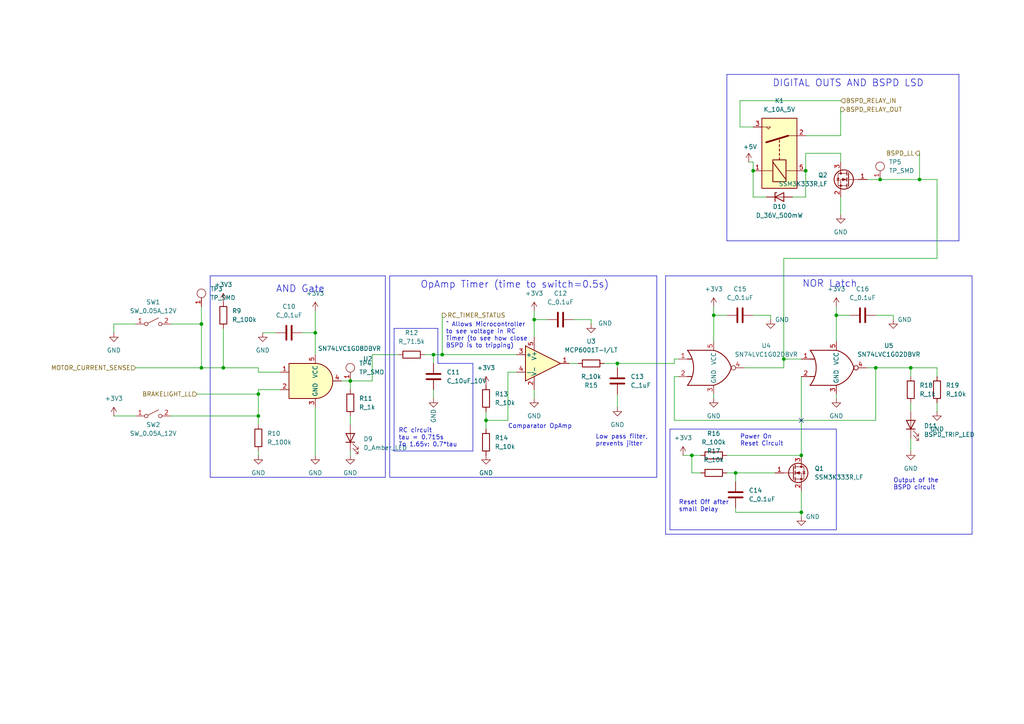
<source format=kicad_sch>
(kicad_sch (version 20250114) (generator "eeschema") (generator_version "9.0")
  (paper "A4")
  (title_block (title "Brake System Plausibility Device (BSPD)") (comment 1 "By Leo Liao"))
  (lib_symbols
    (symbol "OEM:C_0.1uF_16V_0603" (pin_numbers (hide yes)) (pin_names (offset 0.254))
      (property "Reference" "C" (at 0.635 2.54 0))
      (property "Value" "C_0.1uF_16V" (at 0.635 -2.54 0))
      (symbol "C_0.1uF_16V_0603_0_1"
        (polyline (pts (xy -2.032 0.762) (xy 2.032 0.762)) (stroke (width 0.508)))
        (polyline (pts (xy -2.032 -0.762) (xy 2.032 -0.762)) (stroke (width 0.508)))
      )
      (symbol "C_0.1uF_16V_0603_1_1"
        (pin passive line (at 0 3.81 270) (length 2.794) (name "~") (number "1"))
        (pin passive line (at 0 -3.81 90) (length 2.794) (name "~") (number "2"))
      )
    )
    (symbol "OEM:C_10uF_10V_0603" (pin_numbers (hide yes)) (pin_names (offset 0.254))
      (property "Reference" "C" (at 0.635 2.54 0))
      (property "Value" "C_10uF_10V" (at 0.635 -2.54 0))
      (symbol "C_10uF_10V_0603_0_1"
        (polyline (pts (xy -2.032 0.762) (xy 2.032 0.762)) (stroke (width 0.508)))
        (polyline (pts (xy -2.032 -0.762) (xy 2.032 -0.762)) (stroke (width 0.508)))
      )
      (symbol "C_10uF_10V_0603_1_1"
        (pin passive line (at 0 3.81 270) (length 2.794) (name "~") (number "1"))
        (pin passive line (at 0 -3.81 90) (length 2.794) (name "~") (number "2"))
      )
    )
    (symbol "OEM:C_1uF_25V_0603" (pin_numbers (hide yes)) (pin_names (offset 0.254))
      (property "Reference" "C" (at 0.635 2.54 0))
      (property "Value" "C_1uF_25V" (at 0.635 -2.54 0))
      (symbol "C_1uF_25V_0603_0_1"
        (polyline (pts (xy -2.032 0.762) (xy 2.032 0.762)) (stroke (width 0.508)))
        (polyline (pts (xy -2.032 -0.762) (xy 2.032 -0.762)) (stroke (width 0.508)))
      )
      (symbol "C_1uF_25V_0603_1_1"
        (pin passive line (at 0 3.81 270) (length 2.794) (name "~") (number "1"))
        (pin passive line (at 0 -3.81 90) (length 2.794) (name "~") (number "2"))
      )
    )
    (symbol "OEM:D_LED_Amber_0805" (pin_numbers (hide yes)) (pin_names (offset 1.016) (hide yes))
      (property "Reference" "D" (at 0 2.54 0))
      (property "Value" "D_Amber_LED" (at 0 -2.54 0))
      (symbol "D_LED_Amber_0805_0_1"
        (polyline (pts (xy -3.048 -0.762) (xy -4.572 -2.286) (xy -3.81 -2.286) (xy -4.572 -2.286) (xy -4.572 -1.524)))
        (polyline (pts (xy -1.778 -0.762) (xy -3.302 -2.286) (xy -2.54 -2.286) (xy -3.302 -2.286) (xy -3.302 -1.524)))
        (polyline (pts (xy -1.27 0) (xy 1.27 0)))
        (polyline (pts (xy -1.27 -1.27) (xy -1.27 1.27)) (stroke (width 0.254)))
        (polyline (pts (xy 1.27 -1.27) (xy 1.27 1.27) (xy -1.27 0) (xy 1.27 -1.27)) (stroke (width 0.254)))
      )
      (symbol "D_LED_Amber_0805_1_1"
        (pin passive line (at -3.81 0 0) (length 2.54) (name "K") (number "1"))
        (pin passive line (at 3.81 0 180) (length 2.54) (name "A") (number "2"))
      )
    )
    (symbol "OEM:D_Zener_36V_500mW_SOD123" (pin_numbers (hide yes)) (pin_names (offset 1.016) (hide yes))
      (property "Reference" "D" (at 0 2.54 0))
      (property "Value" "D_36V_500mW" (at 0 -2.54 0))
      (symbol "D_Zener_36V_500mW_SOD123_0_1"
        (polyline (pts (xy -1.27 -1.27) (xy -1.27 1.27) (xy -0.762 1.27)) (stroke (width 0.254)))
        (polyline (pts (xy 1.27 0) (xy -1.27 0)))
        (polyline (pts (xy 1.27 -1.27) (xy 1.27 1.27) (xy -1.27 0) (xy 1.27 -1.27)) (stroke (width 0.254)))
      )
      (symbol "D_Zener_36V_500mW_SOD123_1_1"
        (pin passive line (at -3.81 0 0) (length 2.54) (name "K") (number "1"))
        (pin passive line (at 3.81 0 180) (length 2.54) (name "A") (number "2"))
      )
    )
    (symbol "OEM:K_SPST-NO_10A_5V_TH"
      (property "Reference" "K" (at 11.43 3.81 0))
      (property "Value" "K_10A_5V" (at 11.43 1.27 0))
      (symbol "K_SPST-NO_10A_5V_TH_0_0"
        (polyline (pts (xy 7.62 5.08) (xy 7.62 2.54) (xy 6.985 3.175) (xy 7.62 3.81)))
      )
      (symbol "K_SPST-NO_10A_5V_TH_0_1"
        (rectangle (start -10.16 5.08) (end 10.16 -5.08) (stroke (width 0.254)) (fill (type background)))
        (rectangle (start -8.255 1.905) (end -1.905 -1.905) (stroke (width 0.254)))
        (polyline (pts (xy -7.62 -1.905) (xy -2.54 1.905)) (stroke (width 0.254)))
        (polyline (pts (xy -5.08 5.08) (xy -5.08 1.905)))
        (polyline (pts (xy -5.08 -5.08) (xy -5.08 -1.905)))
        (polyline (pts (xy -1.905 0) (xy -1.27 0)) (stroke (width 0.254)))
        (polyline (pts (xy -0.635 0) (xy 0 0)) (stroke (width 0.254)))
        (polyline (pts (xy 0.635 0) (xy 1.27 0)) (stroke (width 0.254)))
        (polyline (pts (xy 1.905 0) (xy 2.54 0)) (stroke (width 0.254)))
        (polyline (pts (xy 3.175 0) (xy 3.81 0)) (stroke (width 0.254)))
        (polyline (pts (xy 5.08 -2.54) (xy 3.175 3.81)) (stroke (width 0.508)))
        (polyline (pts (xy 5.08 -2.54) (xy 5.08 -5.08)))
      )
      (symbol "K_SPST-NO_10A_5V_TH_1_1"
        (pin passive line (at -5.08 7.62 270) (length 2.54) (name "~") (number "1"))
        (pin passive line (at -5.08 -7.62 90) (length 2.54) (name "~") (number "5"))
        (pin passive line (at 5.08 -7.62 90) (length 2.54) (name "~") (number "2"))
        (pin passive line (at 7.62 7.62 270) (length 2.54) (name "~") (number "3"))
      )
    )
    (symbol "OEM:Q_NMOS_30V_6A_SOT-23F" (pin_names (offset 0) (hide yes))
      (property "Reference" "Q" (at 5.08 1.905 0))
      (property "Value" "SSM3K333R,LF" (at 5.08 0 0))
      (symbol "Q_NMOS_30V_6A_SOT-23F_0_1"
        (polyline (pts (xy 0.254 1.905) (xy 0.254 -1.905)) (stroke (width 0.254)))
        (polyline (pts (xy 0.254 0) (xy -2.54 0)))
        (polyline (pts (xy 0.762 2.286) (xy 0.762 1.27)) (stroke (width 0.254)))
        (polyline (pts (xy 0.762 0.508) (xy 0.762 -0.508)) (stroke (width 0.254)))
        (polyline (pts (xy 0.762 -1.27) (xy 0.762 -2.286)) (stroke (width 0.254)))
        (polyline (pts (xy 0.762 -1.778) (xy 3.302 -1.778) (xy 3.302 1.778) (xy 0.762 1.778)))
        (polyline (pts (xy 1.016 0) (xy 2.032 0.381) (xy 2.032 -0.381) (xy 1.016 0)) (fill (type outline)))
        (circle (center 1.651 0) (radius 2.794) (stroke (width 0.254)))
        (polyline (pts (xy 2.54 2.54) (xy 2.54 1.778)))
        (circle (center 2.54 1.778) (radius 0.254) (fill (type outline)))
        (circle (center 2.54 -1.778) (radius 0.254) (fill (type outline)))
        (polyline (pts (xy 2.54 -2.54) (xy 2.54 0) (xy 0.762 0)))
        (polyline (pts (xy 2.921 0.381) (xy 3.683 0.381)))
        (polyline (pts (xy 3.302 0.381) (xy 2.921 -0.254) (xy 3.683 -0.254) (xy 3.302 0.381)))
      )
      (symbol "Q_NMOS_30V_6A_SOT-23F_1_1"
        (pin input line (at -5.08 0 0) (length 2.54) (name "G") (number "1"))
        (pin passive line (at 2.54 5.08 270) (length 2.54) (name "D") (number "3"))
        (pin passive line (at 2.54 -5.08 90) (length 2.54) (name "S") (number "2"))
      )
    )
    (symbol "OEM:R_100k_0.1W_0603" (pin_numbers (hide yes)) (pin_names (offset 0))
      (property "Reference" "R" (at 2.032 0 90))
      (property "Value" "R_100k" (at 0 0 90))
      (symbol "R_100k_0.1W_0603_0_1"
        (rectangle (start -1.016 -2.54) (end 1.016 2.54) (stroke (width 0.254)))
      )
      (symbol "R_100k_0.1W_0603_1_1"
        (pin passive line (at 0 3.81 270) (length 1.27) (name "~") (number "1"))
        (pin passive line (at 0 -3.81 90) (length 1.27) (name "~") (number "2"))
      )
    )
    (symbol "OEM:R_10k_0.1W_0603" (pin_numbers (hide yes)) (pin_names (offset 0))
      (property "Reference" "R" (at 2.032 0 90))
      (property "Value" "R_10k" (at 0 0 90))
      (symbol "R_10k_0.1W_0603_0_1"
        (rectangle (start -1.016 -2.54) (end 1.016 2.54) (stroke (width 0.254)))
      )
      (symbol "R_10k_0.1W_0603_1_1"
        (pin passive line (at 0 3.81 270) (length 1.27) (name "~") (number "1"))
        (pin passive line (at 0 -3.81 90) (length 1.27) (name "~") (number "2"))
      )
    )
    (symbol "OEM:R_1k_0.1W_0603" (pin_numbers (hide yes)) (pin_names (offset 0))
      (property "Reference" "R" (at 2.032 0 90))
      (property "Value" "R_1k" (at 0 0 90))
      (symbol "R_1k_0.1W_0603_0_1"
        (rectangle (start -1.016 -2.54) (end 1.016 2.54) (stroke (width 0.254)))
      )
      (symbol "R_1k_0.1W_0603_1_1"
        (pin passive line (at 0 3.81 270) (length 1.27) (name "~") (number "1"))
        (pin passive line (at 0 -3.81 90) (length 1.27) (name "~") (number "2"))
      )
    )
    (symbol "OEM:R_71.5k_0.1W_0603" (pin_numbers (hide yes)) (pin_names (offset 0))
      (property "Reference" "R" (at 2.032 0 90))
      (property "Value" "R_71.5k" (at 0 0 90))
      (symbol "R_71.5k_0.1W_0603_0_1"
        (rectangle (start -1.016 -2.54) (end 1.016 2.54) (stroke (width 0.254)))
      )
      (symbol "R_71.5k_0.1W_0603_1_1"
        (pin passive line (at 0 3.81 270) (length 1.27) (name "~") (number "1"))
        (pin passive line (at 0 -3.81 90) (length 1.27) (name "~") (number "2"))
      )
    )
    (symbol "OEM:SW_SPST_0.05A_12V_SMD_2-Pin" (pin_names (offset 0) (hide yes))
      (property "Reference" "SW" (at 0 3.175 0))
      (property "Value" "SW_0.05A_12V" (at 0 -2.54 0))
      (symbol "SW_SPST_0.05A_12V_SMD_2-Pin_0_0"
        (circle (center -2.032 0) (radius 0.508))
        (polyline (pts (xy -1.524 0.254) (xy 1.524 1.778)))
        (circle (center 2.032 0) (radius 0.508))
      )
      (symbol "SW_SPST_0.05A_12V_SMD_2-Pin_1_1"
        (pin passive line (at -5.08 0 0) (length 2.54) (name "A") (number "1"))
        (pin passive line (at 5.08 0 180) (length 2.54) (name "B") (number "2"))
      )
    )
    (symbol "OEM:TP_Hook_SMD" (pin_names (offset 1.016))
      (property "Reference" "TP" (at 0 7.62 0))
      (property "Value" "TP_SMD" (at 1.27 5.08 0))
      (symbol "TP_Hook_SMD_1_1"
        (circle (center 0 2.54) (radius 1.27))
        (pin input line (at 0 -1.27 90) (length 2.54) (name "~") (number "1"))
      )
    )
    (symbol "OEM:U_AND-Gate_SN74LVC1G08DBVR_SOT23-5new"
      (property "Reference" "U" (at -2.54 3.81 0))
      (property "Value" "SN74LVC1G08DBVR" (at 0 -3.81 0))
      (symbol "U_AND-Gate_SN74LVC1G08DBVR_SOT23-5new_0_1"
        (arc (start 0 5.08) (mid 5.0579 0) (end 0 -5.08) (stroke (width 0.254)) (fill (type background)))
        (polyline (pts (xy 0 -5.08) (xy -7.62 -5.08) (xy -7.62 5.08) (xy 0 5.08)) (stroke (width 0.254)) (fill (type background)))
      )
      (symbol "U_AND-Gate_SN74LVC1G08DBVR_SOT23-5new_1_1"
        (pin input line (at -10.16 2.54 0) (length 2.54) (name "~") (number "1"))
        (pin input line (at -10.16 -2.54 0) (length 2.54) (name "~") (number "2"))
        (pin power_in line (at 0 7.62 270) (length 2.54) (name "VCC") (number "5"))
        (pin power_in line (at 0 -7.62 90) (length 2.54) (name "GND") (number "3"))
        (pin output line (at 7.62 0 180) (length 2.54) (name "~") (number "4"))
      )
    )
    (symbol "OEM:U_NOR-Gate_SN74LVC1G02DBVR_SOT23-5"
      (property "Reference" "U" (at -2.54 3.81 0))
      (property "Value" "SN74LVC1G02DBVR" (at 0 -3.81 0))
      (symbol "U_NOR-Gate_SN74LVC1G02DBVR_SOT23-5_0_1"
        (arc (start -7.62 5.08) (mid -5.838 0) (end -7.62 -5.08) (stroke (width 0.254)))
        (polyline (pts (xy -7.62 2.54) (xy -6.35 2.54)) (stroke (width 0.254)) (fill (type background)))
        (polyline (pts (xy -7.62 -2.54) (xy -6.35 -2.54)) (stroke (width 0.254)) (fill (type background)))
        (arc (start 5.08 0) (mid 3.202 -3.202) (end 0 -5.08) (stroke (width 0.254)))
        (arc (start 0 5.08) (mid 3.2271 3.2271) (end 5.08 0) (stroke (width 0.254)))
        (polyline (pts (xy 0 5.08) (xy -7.62 5.08)) (stroke (width 0.254)) (fill (type background)))
        (polyline (pts (xy 0 -5.08) (xy -7.62 -5.08)) (stroke (width 0.254)) (fill (type background)))
      )
      (symbol "U_NOR-Gate_SN74LVC1G02DBVR_SOT23-5_1_1"
        (pin input line (at -10.16 2.54 0) (length 2.54) (name "~") (number "1"))
        (pin input line (at -10.16 -2.54 0) (length 2.54) (name "~") (number "2"))
        (pin power_in line (at 0 7.62 270) (length 2.54) (name "VCC") (number "5"))
        (pin power_in line (at 0 -7.62 90) (length 2.54) (name "GND") (number "3"))
        (pin output inverted (at 8.89 0 180) (length 3.81) (name "~") (number "4"))
      )
    )
    (symbol "OEM:U_OpAmp_MCP6001T-ILT_SOT-353" (pin_names (offset 0.127))
      (property "Reference" "U" (at 0 5.08 0))
      (property "Value" "MCP6001T-I/LT" (at 0 -5.08 0))
      (symbol "U_OpAmp_MCP6001T-ILT_SOT-353_0_1"
        (polyline (pts (xy -5.08 5.08) (xy 5.08 0) (xy -5.08 -5.08) (xy -5.08 5.08)) (stroke (width 0.254)) (fill (type background)))
        (pin power_in line (at -2.54 7.62 270) (length 3.81) (name "V+") (number "5"))
        (pin power_in line (at -2.54 -7.62 90) (length 3.81) (name "V-") (number "2"))
      )
      (symbol "U_OpAmp_MCP6001T-ILT_SOT-353_1_1"
        (pin input line (at -7.62 2.54 0) (length 2.54) (name "+") (number "3"))
        (pin input line (at -7.62 -2.54 0) (length 2.54) (name "-") (number "4"))
        (pin output line (at 7.62 0 180) (length 2.54) (name "~") (number "1"))
      )
    )
    (symbol "power:+3V3" (power) (pin_numbers (hide yes)) (pin_names (offset 0) (hide yes))
      (property "Value" "+3V3" (at 0 3.556 0))
      (symbol "+3V3_0_1"
        (polyline (pts (xy -0.762 1.27) (xy 0 2.54)))
        (polyline (pts (xy 0 2.54) (xy 0.762 1.27)))
        (polyline (pts (xy 0 0) (xy 0 2.54)))
      )
      (symbol "+3V3_1_1"
        (pin power_in line (at 0 0 90) (length 0) (name "~") (number "1"))
      )
    )
    (symbol "power:+5V" (power) (pin_numbers (hide yes)) (pin_names (offset 0) (hide yes))
      (property "Value" "+5V" (at 0 3.556 0))
      (symbol "+5V_0_1"
        (polyline (pts (xy -0.762 1.27) (xy 0 2.54)))
        (polyline (pts (xy 0 2.54) (xy 0.762 1.27)))
        (polyline (pts (xy 0 0) (xy 0 2.54)))
      )
      (symbol "+5V_1_1"
        (pin power_in line (at 0 0 90) (length 0) (name "~") (number "1"))
      )
    )
    (symbol "power:GND" (power) (pin_numbers (hide yes)) (pin_names (offset 0) (hide yes))
      (property "Value" "GND" (at 0 -3.81 0))
      (symbol "GND_0_1"
        (polyline (pts (xy 0 0) (xy 0 -1.27) (xy 1.27 -1.27) (xy 0 -2.54) (xy -1.27 -1.27) (xy 0 -1.27)))
      )
      (symbol "GND_1_1"
        (pin power_in line (at 0 0 270) (length 0) (name "~") (number "1"))
      )
    )
  )
  (text "Low pass filter,\nprevents jitter" (at 172.72 129.54 0) (effects (font (size 1.27 1.27)) (justify left bottom)))
  (text "OpAmp Timer (time to switch=0.5s)" (at 121.92 83.82 0) (effects (font (size 2 2)) (justify left bottom)))
  (text "Comparator OpAmp" (at 147.32 124.46 0) (effects (font (size 1.27 1.27)) (justify left bottom)))
  (text "Output of the\nBSPD circuit" (at 259.08 142.24 0) (effects (font (size 1.27 1.27)) (justify left bottom)))
  (text "RC circuit\ntau = 0.715s\nTo 1.65v: 0.7*tau" (at 115.57 129.794 0) (effects (font (size 1.27 1.27)) (justify left bottom)))
  (text "Power On\nReset Circuit" (at 214.63 129.54 0) (effects (font (size 1.27 1.27)) (justify left bottom)))
  (text "Reset Off after\nsmall Delay" (at 196.85 148.59 0) (effects (font (size 1.27 1.27)) (justify left bottom)))
  (text "NOR Latch" (at 232.664 83.566 0) (effects (font (size 2 2)) (justify left bottom)))
  (text "^ Allows Microcontroller \nto see voltage in RC \nTimer (to see how close \nBSPD is to tripping)" (at 129.286 97.282 0) (effects (font (size 1.27 1.27)) (justify left)))
  (text "AND Gate" (at 80.01 85.09 0) (effects (font (size 2 2)) (justify left bottom)))
  (text "DIGITAL OUTS AND BSPD LSD" (at 267.97 25.4 0) (effects (font (size 2 2)) (justify right bottom)))
  (junction (at 128.27 102.87))
  (junction (at 125.73 102.87))
  (junction (at 218.44 49.53))
  (junction (at 242.57 91.44))
  (junction (at 227.33 104.14))
  (junction (at 255.27 52.07))
  (junction (at 58.42 106.68))
  (junction (at 101.6 110.49))
  (junction (at 254 106.68))
  (junction (at 232.41 132.08))
  (junction (at 74.93 114.3))
  (junction (at 91.44 96.52))
  (junction (at 58.42 93.98))
  (junction (at 179.07 105.41))
  (junction (at 233.68 49.53))
  (junction (at 266.7 52.07))
  (junction (at 232.41 148.59))
  (junction (at 74.93 120.65))
  (junction (at 213.36 137.16))
  (junction (at 64.77 106.68))
  (junction (at 207.01 91.44))
  (junction (at 140.97 121.92))
  (junction (at 200.66 132.08))
  (junction (at 264.16 106.68))
  (junction (at 154.94 92.71))
  (no_connect (at 232.41 121.92))
  (wire (pts (xy 255.27 52.07) (xy 266.7 52.07)))
  (wire (pts (xy 179.07 105.41) (xy 179.07 106.68)))
  (wire (pts (xy 242.57 88.9) (xy 242.57 91.44)))
  (wire (pts (xy 64.77 95.25) (xy 64.77 106.68)))
  (wire (pts (xy 107.95 110.49) (xy 107.95 102.87)))
  (wire (pts (xy 125.73 102.87) (xy 125.73 105.41)))
  (wire (pts (xy 229.87 57.15) (xy 233.68 57.15)))
  (wire (pts (xy 195.58 104.14) (xy 196.85 104.14)))
  (wire (pts (xy 243.84 31.75) (xy 243.84 39.37)))
  (wire (pts (xy 91.44 118.11) (xy 91.44 132.08)))
  (wire (pts (xy 74.93 106.68) (xy 74.93 107.95)))
  (wire (pts (xy 149.86 107.95) (xy 147.32 107.95)))
  (wire (pts (xy 218.44 91.44) (xy 223.52 91.44)))
  (polyline (pts (xy 127 95.25) (xy 127 105.41)))
  (wire (pts (xy 207.01 88.9) (xy 207.01 91.44)))
  (wire (pts (xy 125.73 102.87) (xy 128.27 102.87)))
  (wire (pts (xy 195.58 109.22) (xy 195.58 121.92)))
  (wire (pts (xy 39.37 106.68) (xy 58.42 106.68)))
  (wire (pts (xy 140.97 119.38) (xy 140.97 121.92)))
  (wire (pts (xy 207.01 91.44) (xy 210.82 91.44)))
  (wire (pts (xy 123.19 102.87) (xy 125.73 102.87)))
  (wire (pts (xy 147.32 107.95) (xy 147.32 121.92)))
  (wire (pts (xy 264.16 106.68) (xy 264.16 109.22)))
  (wire (pts (xy 101.6 110.49) (xy 107.95 110.49)))
  (wire (pts (xy 218.44 49.53) (xy 218.44 57.15)))
  (polyline (pts (xy 137.16 105.41) (xy 137.16 130.81)))
  (wire (pts (xy 125.73 113.03) (xy 125.73 115.57)))
  (wire (pts (xy 207.01 91.44) (xy 207.01 99.06)))
  (wire (pts (xy 165.1 105.41) (xy 167.64 105.41)))
  (polyline (pts (xy 113.03 80.01) (xy 190.5 80.01)))
  (wire (pts (xy 266.7 44.45) (xy 266.7 52.07)))
  (wire (pts (xy 171.45 92.71) (xy 171.45 93.98)))
  (wire (pts (xy 49.53 120.65) (xy 74.93 120.65)))
  (polyline (pts (xy 278.13 69.85) (xy 210.82 69.85)))
  (polyline (pts (xy 193.04 80.01) (xy 281.94 80.01)))
  (wire (pts (xy 74.93 107.95) (xy 81.28 107.95)))
  (wire (pts (xy 271.78 74.93) (xy 227.33 74.93)))
  (polyline (pts (xy 137.16 130.81) (xy 114.3 130.81)))
  (wire (pts (xy 271.78 52.07) (xy 271.78 74.93)))
  (polyline (pts (xy 194.31 124.46) (xy 194.31 153.67)))
  (wire (pts (xy 74.93 113.03) (xy 74.93 114.3)))
  (wire (pts (xy 243.84 57.15) (xy 243.84 62.23)))
  (wire (pts (xy 101.6 110.49) (xy 101.6 113.03)))
  (wire (pts (xy 33.02 93.98) (xy 33.02 96.52)))
  (wire (pts (xy 232.41 132.08) (xy 210.82 132.08)))
  (wire (pts (xy 91.44 96.52) (xy 91.44 102.87)))
  (wire (pts (xy 200.66 132.08) (xy 200.66 137.16)))
  (wire (pts (xy 251.46 52.07) (xy 255.27 52.07)))
  (wire (pts (xy 74.93 130.81) (xy 74.93 132.08)))
  (polyline (pts (xy 127 105.41) (xy 137.16 105.41)))
  (wire (pts (xy 251.46 106.68) (xy 254 106.68)))
  (wire (pts (xy 227.33 74.93) (xy 227.33 104.14)))
  (wire (pts (xy 91.44 90.17) (xy 91.44 96.52)))
  (wire (pts (xy 271.78 52.07) (xy 266.7 52.07)))
  (wire (pts (xy 233.68 49.53) (xy 233.68 57.15)))
  (wire (pts (xy 200.66 132.08) (xy 203.2 132.08)))
  (wire (pts (xy 179.07 114.3) (xy 179.07 118.11)))
  (wire (pts (xy 227.33 104.14) (xy 227.33 106.68)))
  (wire (pts (xy 242.57 91.44) (xy 246.38 91.44)))
  (polyline (pts (xy 193.04 154.94) (xy 281.94 154.94)))
  (wire (pts (xy 232.41 142.24) (xy 232.41 148.59)))
  (wire (pts (xy 218.44 46.99) (xy 218.44 49.53)))
  (wire (pts (xy 107.95 102.87) (xy 115.57 102.87)))
  (polyline (pts (xy 114.3 129.54) (xy 114.3 130.81)))
  (wire (pts (xy 203.2 137.16) (xy 200.66 137.16)))
  (wire (pts (xy 64.77 106.68) (xy 74.93 106.68)))
  (wire (pts (xy 58.42 88.9) (xy 58.42 93.98)))
  (wire (pts (xy 264.16 116.84) (xy 264.16 119.38)))
  (wire (pts (xy 195.58 109.22) (xy 196.85 109.22)))
  (wire (pts (xy 87.63 96.52) (xy 91.44 96.52)))
  (wire (pts (xy 233.68 44.45) (xy 243.84 44.45)))
  (wire (pts (xy 214.63 29.21) (xy 214.63 36.83)))
  (polyline (pts (xy 278.13 21.59) (xy 210.82 21.59)))
  (wire (pts (xy 213.36 137.16) (xy 213.36 139.7)))
  (wire (pts (xy 232.41 104.14) (xy 227.33 104.14)))
  (wire (pts (xy 223.52 91.44) (xy 223.52 92.71)))
  (wire (pts (xy 264.16 106.68) (xy 271.78 106.68)))
  (wire (pts (xy 101.6 130.81) (xy 101.6 132.08)))
  (wire (pts (xy 271.78 106.68) (xy 271.78 109.22)))
  (wire (pts (xy 140.97 121.92) (xy 140.97 124.46)))
  (wire (pts (xy 57.15 114.3) (xy 74.93 114.3)))
  (polyline (pts (xy 111.76 138.43) (xy 111.76 80.01)))
  (polyline (pts (xy 278.13 21.59) (xy 278.13 69.85)))
  (wire (pts (xy 33.02 93.98) (xy 39.37 93.98)))
  (wire (pts (xy 242.57 114.3) (xy 242.57 115.57)))
  (wire (pts (xy 254 106.68) (xy 254 121.92)))
  (wire (pts (xy 214.63 36.83) (xy 218.44 36.83)))
  (wire (pts (xy 49.53 93.98) (xy 58.42 93.98)))
  (wire (pts (xy 195.58 121.92) (xy 254 121.92)))
  (wire (pts (xy 271.78 116.84) (xy 271.78 119.38)))
  (polyline (pts (xy 60.96 80.01) (xy 111.76 80.01)))
  (wire (pts (xy 243.84 29.21) (xy 214.63 29.21)))
  (wire (pts (xy 147.32 121.92) (xy 140.97 121.92)))
  (wire (pts (xy 217.17 46.99) (xy 218.44 46.99)))
  (wire (pts (xy 74.93 113.03) (xy 81.28 113.03)))
  (wire (pts (xy 74.93 120.65) (xy 74.93 123.19)))
  (wire (pts (xy 179.07 105.41) (xy 195.58 105.41)))
  (polyline (pts (xy 194.31 124.46) (xy 242.57 124.46)))
  (wire (pts (xy 259.08 91.44) (xy 259.08 92.71)))
  (polyline (pts (xy 190.5 138.43) (xy 190.5 80.01)))
  (wire (pts (xy 215.9 106.68) (xy 227.33 106.68)))
  (wire (pts (xy 233.68 39.37) (xy 243.84 39.37)))
  (wire (pts (xy 198.12 132.08) (xy 200.66 132.08)))
  (polyline (pts (xy 281.94 80.01) (xy 281.94 154.94)))
  (wire (pts (xy 58.42 93.98) (xy 58.42 106.68)))
  (polyline (pts (xy 114.3 129.54) (xy 114.3 95.25)))
  (wire (pts (xy 195.58 104.14) (xy 195.58 105.41)))
  (wire (pts (xy 218.44 57.15) (xy 222.25 57.15)))
  (wire (pts (xy 207.01 114.3) (xy 207.01 115.57)))
  (polyline (pts (xy 242.57 153.67) (xy 194.31 153.67)))
  (polyline (pts (xy 114.3 95.25) (xy 127 95.25)))
  (polyline (pts (xy 113.03 80.01) (xy 113.03 138.43)))
  (wire (pts (xy 154.94 90.17) (xy 154.94 92.71)))
  (polyline (pts (xy 193.04 80.01) (xy 193.04 154.94)))
  (wire (pts (xy 243.84 44.45) (xy 243.84 46.99)))
  (wire (pts (xy 128.27 91.44) (xy 128.27 102.87)))
  (wire (pts (xy 101.6 120.65) (xy 101.6 123.19)))
  (wire (pts (xy 264.16 127) (xy 264.16 130.81)))
  (wire (pts (xy 233.68 44.45) (xy 233.68 49.53)))
  (wire (pts (xy 213.36 137.16) (xy 224.79 137.16)))
  (wire (pts (xy 74.93 114.3) (xy 74.93 120.65)))
  (wire (pts (xy 33.02 120.65) (xy 39.37 120.65)))
  (wire (pts (xy 128.27 102.87) (xy 149.86 102.87)))
  (wire (pts (xy 232.41 109.22) (xy 232.41 132.08)))
  (wire (pts (xy 76.2 96.52) (xy 80.01 96.52)))
  (polyline (pts (xy 113.03 138.43) (xy 190.5 138.43)))
  (polyline (pts (xy 60.96 80.01) (xy 60.96 138.43)))
  (wire (pts (xy 154.94 113.03) (xy 154.94 115.57)))
  (wire (pts (xy 242.57 91.44) (xy 242.57 99.06)))
  (wire (pts (xy 166.37 92.71) (xy 171.45 92.71)))
  (wire (pts (xy 99.06 110.49) (xy 101.6 110.49)))
  (wire (pts (xy 232.41 148.59) (xy 232.41 149.86)))
  (wire (pts (xy 58.42 106.68) (xy 64.77 106.68)))
  (wire (pts (xy 175.26 105.41) (xy 179.07 105.41)))
  (wire (pts (xy 154.94 92.71) (xy 154.94 97.79)))
  (wire (pts (xy 254 91.44) (xy 259.08 91.44)))
  (polyline (pts (xy 60.96 138.43) (xy 111.76 138.43)))
  (wire (pts (xy 154.94 92.71) (xy 158.75 92.71)))
  (wire (pts (xy 213.36 147.32) (xy 213.36 148.59)))
  (wire (pts (xy 210.82 137.16) (xy 213.36 137.16)))
  (wire (pts (xy 213.36 148.59) (xy 232.41 148.59)))
  (wire (pts (xy 254 106.68) (xy 264.16 106.68)))
  (polyline (pts (xy 210.82 69.85) (xy 210.82 21.59)))
  (polyline (pts (xy 242.57 124.46) (xy 242.57 153.67)))
  (hierarchical_label "RC_TIMER_STATUS" (shape output) (at 128.27 91.44 0))
  (hierarchical_label "BRAKELIGHT_LL" (shape input) (at 57.15 114.3 180))
  (hierarchical_label "MOTOR_CURRENT_SENSE" (shape input) (at 39.37 106.68 180))
  (hierarchical_label "BSPD_LL" (shape output) (at 266.7 44.45 180))
  (hierarchical_label "BSPD_RELAY_OUT" (shape output) (at 243.84 31.75 0))
  (hierarchical_label "BSPD_RELAY_IN" (shape input) (at 243.84 29.21 0))
  (symbol (lib_id "OEM:R_10k_0.1W_0603") (at 140.97 115.57 0) (unit 1)
    (property "Reference" "R13" (at 143.51 114.2999 0) (effects (justify left)))
    (property "Value" "R_10k" (at 143.51 116.8399 0) (effects (justify left)))
    (property "Footprint" "OEM:R_0603_1608Metric" (effects (hide yes)))
    (property "Datasheet" "https://www.mouser.com/datasheet/3/1099/1/SEI-RMCF_RMCP.pdf" (effects (hide yes)))
    (property "Description" "RES 10K OHM 1% 1/10W 0603" (effects (hide yes)))
    (property "MPN" "RMCF0603FT10K0" (effects (hide yes)))
  )
  (symbol (lib_id "OEM:R_10k_0.1W_0603") (at 171.45 105.41 90) (mirror x) (unit 1)
    (property "Reference" "R15" (at 171.45 111.76 90))
    (property "Value" "R_10k" (at 171.45 109.22 90))
    (property "Footprint" "OEM:R_0603_1608Metric" (effects (hide yes)))
    (property "Datasheet" "https://www.mouser.com/datasheet/3/1099/1/SEI-RMCF_RMCP.pdf" (effects (hide yes)))
    (property "Description" "RES 10K OHM 1% 1/10W 0603" (effects (hide yes)))
    (property "MPN" "RMCF0603FT10K0" (effects (hide yes)))
  )
  (symbol (lib_id "OEM:Q_NMOS_30V_6A_SOT-23F") (at 229.87 137.16 0) (unit 1)
    (property "Reference" "Q1" (at 236.22 135.8899 0) (effects (justify left)))
    (property "Value" "SSM3K333R,LF" (at 236.22 138.4299 0) (effects (justify left)))
    (property "Footprint" "OEM:SOT-23-3" (effects (hide yes)))
    (property "Datasheet" "https://www.mouser.com/datasheet/3/105/1/6D62190F2E76D58532DB25403AB4F650F25B6580F37A84A2AFAB7A89D257D933.pdf" (effects (hide yes)))
    (property "Description" "MOSFET N CH 30V 6A 2-3Z1A" (effects (hide yes)))
    (property "MPN" "SSM3K333R,LF" (effects (hide yes)))
  )
  (symbol (lib_id "power:+3V3") (at 140.97 111.76 0) (unit 1)
    (property "Reference" "#PWR?" (effects (hide yes)))
    (property "Value" "+3V3" (at 140.97 106.68 0))
    (property "Description" "Power symbol creates a global label with name \"+3V3\"" (effects (hide yes)))
  )
  (symbol (lib_id "OEM:R_100k_0.1W_0603") (at 64.77 91.44 0) (unit 1)
    (property "Reference" "R9" (at 67.31 90.1699 0) (effects (justify left)))
    (property "Value" "R_100k" (at 67.31 92.7099 0) (effects (justify left)))
    (property "Footprint" "OEM:R_0603_1608Metric" (effects (hide yes)))
    (property "Datasheet" "https://www.mouser.com/datasheet/3/1099/1/SEI-RMCF_RMCP.pdf" (effects (hide yes)))
    (property "Description" "RES 100K OHM 1% 1/10W 0603" (effects (hide yes)))
    (property "MPN" "RMCF0603FT100K" (effects (hide yes)))
  )
  (symbol (lib_id "OEM:D_Zener_36V_500mW_SOD123") (at 226.06 57.15 0) (unit 1)
    (property "Reference" "D10" (at 226.06 59.944 0))
    (property "Value" "D_36V_500mW" (at 226.06 62.484 0))
    (property "Footprint" "OEM:D_SOD-123" (effects (hide yes)))
    (property "Datasheet" "https://www.diodes.com/assets/Datasheets/ds18004.pdf" (effects (hide yes)))
    (property "Description" "DIODE ZENER 36V 500MW SOD123" (effects (hide yes)))
    (property "MPN" "BZT52C36-7-F" (effects (hide yes)))
    (property "MFN" "Micro Commercial Co" (effects (hide yes)))
    (property "DKPN" "SMBJ5355B-TPMSCT-ND" (effects (hide yes)))
    (property "NewDesigns" "YES" (effects (hide yes)))
    (property "Stocked" "Tape" (effects (hide yes)))
    (property "Package" "DO-214AA" (effects (hide yes)))
    (property "Style" "SMD" (effects (hide yes)))
  )
  (symbol (lib_id "OEM:TP_Hook_SMD") (at 101.6 109.22 0) (unit 1)
    (property "Reference" "TP4" (at 104.14 105.4099 0) (effects (justify left)))
    (property "Value" "TP_SMD" (at 104.14 107.9499 0) (effects (justify left)))
    (property "Footprint" "OEM:TP_Hook_SMD" (effects (hide yes)))
    (property "Datasheet" "https://www.mouser.com/datasheet/3/201/1/5019.PDF" (effects (hide yes)))
    (property "Description" "Test Point SMD Hook" (effects (hide yes)))
    (property "MPN" "5019" (effects (hide yes)))
  )
  (symbol (lib_id "power:+3V3") (at 242.57 88.9 0) (unit 1)
    (property "Reference" "#PWR?" (effects (hide yes)))
    (property "Value" "+3V3" (at 242.57 83.82 0))
    (property "Description" "Power symbol creates a global label with name \"+3V3\"" (effects (hide yes)))
  )
  (symbol (lib_id "power:+3V3") (at 154.94 90.17 0) (unit 1)
    (property "Reference" "#PWR?" (effects (hide yes)))
    (property "Value" "+3V3" (at 154.94 85.09 0))
    (property "Description" "Power symbol creates a global label with name \"+3V3\"" (effects (hide yes)))
  )
  (symbol (lib_id "power:GND") (at 179.07 118.11 0) (unit 1)
    (property "Reference" "#PWR?" (effects (hide yes)))
    (property "Value" "GND" (at 179.07 123.19 0))
    (property "Description" "Power symbol creates a global label with name \"GND\" , ground" (effects (hide yes)))
  )
  (symbol (lib_id "OEM:K_SPST-NO_10A_5V_TH") (at 226.06 44.45 90) (unit 1)
    (property "Reference" "K1" (at 226.06 29.21 90))
    (property "Value" "K_10A_5V" (at 226.06 31.75 90))
    (property "Footprint" "OEM:G5Q1A4DC5 (K_SPST-NO_10A_5V_TH - G5Q-1A4-DC5)" (effects (hide yes)))
    (property "Datasheet" "https://www.mouser.com/datasheet/3/39/1/J155-E1.pdf" (effects (hide yes)))
    (property "Description" "RELAY GEN PURPOSE SPST 10A 5V" (effects (hide yes)))
    (property "MPN" "G5Q-1A4 DC5" (effects (hide yes)))
  )
  (symbol (lib_id "power:+5V") (at 217.17 46.99 0) (unit 1)
    (property "Reference" "#PWR?" (effects (hide yes)))
    (property "Value" "+5V" (at 217.551 42.5958 0))
    (property "Description" "Power symbol creates a global label with name \"+5V\"" (effects (hide yes)))
  )
  (symbol (lib_id "OEM:D_LED_Amber_0805") (at 101.6 127 90) (unit 1)
    (property "Reference" "D9" (at 105.41 127.3174 90) (effects (justify right)))
    (property "Value" "D_Amber_LED" (at 105.41 129.8574 90) (effects (justify right)))
    (property "Footprint" "OEM:D_0805_2012Metric" (effects (hide yes)))
    (property "Datasheet" "https://www.mouser.com/catalog/specsheets/ltstc171aktliteon.pdf" (effects (hide yes)))
    (property "Description" "LED ORANGE CLEAR SMD" (effects (hide yes)))
    (property "Sim.Pins" "1=K 2=A" (effects (hide yes)))
    (property "MPN" " LTST-C171AKT " (effects (hide yes)))
  )
  (symbol (lib_id "power:GND") (at 223.52 92.71 0) (unit 1)
    (property "Reference" "#PWR?" (effects (hide yes)))
    (property "Value" "GND" (at 226.822 92.71 0))
    (property "Description" "Power symbol creates a global label with name \"GND\" , ground" (effects (hide yes)))
  )
  (symbol (lib_id "power:+3V3") (at 207.01 88.9 0) (unit 1)
    (property "Reference" "#PWR?" (effects (hide yes)))
    (property "Value" "+3V3" (at 207.01 83.82 0))
    (property "Description" "Power symbol creates a global label with name \"+3V3\"" (effects (hide yes)))
  )
  (symbol (lib_id "OEM:C_0.1uF_16V_0603") (at 250.19 91.44 90) (unit 1)
    (property "Reference" "C16" (at 250.19 83.82 90))
    (property "Value" "C_0.1uF" (at 250.19 86.36 90))
    (property "Footprint" "OEM:C_0603_1608Metric" (effects (hide yes)))
    (property "Datasheet" "https://www.mouser.com/datasheet/3/72/1/KEM_C1005_Y5V_SMD.pdf" (effects (hide yes)))
    (property "Description" "CAP CER 0.1UF 16V Y5V 0603" (effects (hide yes)))
    (property "MPN" "C0603C104Z4VACTU" (effects (hide yes)))
  )
  (symbol (lib_id "OEM:R_10k_0.1W_0603") (at 271.78 113.03 180) (unit 1)
    (property "Reference" "R19" (at 274.32 111.7599 0) (effects (justify right)))
    (property "Value" "R_10k" (at 274.32 114.2999 0) (effects (justify right)))
    (property "Footprint" "OEM:R_0603_1608Metric" (effects (hide yes)))
    (property "Datasheet" "https://www.mouser.com/datasheet/3/1099/1/SEI-RMCF_RMCP.pdf" (effects (hide yes)))
    (property "Description" "RES 10K OHM 1% 1/10W 0603" (effects (hide yes)))
    (property "MPN" "RMCF0603FT10K0" (effects (hide yes)))
  )
  (symbol (lib_id "OEM:D_LED_Amber_0805") (at 264.16 123.19 90) (unit 1)
    (property "Reference" "D11" (at 267.97 123.5074 90) (effects (justify right)))
    (property "Value" "BSPD_TRIP_LED" (at 267.97 126.0474 90) (effects (justify right)))
    (property "Footprint" "OEM:D_0805_2012Metric" (effects (hide yes)))
    (property "Datasheet" "https://www.mouser.com/catalog/specsheets/ltstc171aktliteon.pdf" (effects (hide yes)))
    (property "Description" "LED ORANGE CLEAR SMD" (effects (hide yes)))
    (property "Sim.Pins" "1=K 2=A" (effects (hide yes)))
    (property "MPN" " LTST-C171AKT " (effects (hide yes)))
  )
  (symbol (lib_id "OEM:R_10k_0.1W_0603") (at 140.97 128.27 0) (unit 1)
    (property "Reference" "R14" (at 143.51 126.9999 0) (effects (justify left)))
    (property "Value" "R_10k" (at 143.51 129.5399 0) (effects (justify left)))
    (property "Footprint" "OEM:R_0603_1608Metric" (effects (hide yes)))
    (property "Datasheet" "https://www.mouser.com/datasheet/3/1099/1/SEI-RMCF_RMCP.pdf" (effects (hide yes)))
    (property "Description" "RES 10K OHM 1% 1/10W 0603" (effects (hide yes)))
    (property "MPN" "RMCF0603FT10K0" (effects (hide yes)))
  )
  (symbol (lib_id "OEM:R_1k_0.1W_0603") (at 101.6 116.84 0) (unit 1)
    (property "Reference" "R11" (at 104.14 115.5699 0) (effects (justify left)))
    (property "Value" "R_1k" (at 104.14 118.1099 0) (effects (justify left)))
    (property "Footprint" "OEM:R_0603_1608Metric" (effects (hide yes)))
    (property "Datasheet" "https://www.mouser.com/datasheet/3/1099/1/SEI-RMCF_RMCP.pdf (or https://industrial.panasonic.com/ww/products/pt/general-purpose-chip-resistors/models/ERJ3GEYJ102V)" (effects (hide yes)))
    (property "Description" "RES SMD 1K OHM 5% 1/10W 0603" (effects (hide yes)))
    (property "MPN" "RMCF0603FT1K00 (or ERJ-3GEYJ102V)" (effects (hide yes)))
  )
  (symbol (lib_id "power:GND") (at 140.97 132.08 0) (unit 1)
    (property "Reference" "#PWR?" (effects (hide yes)))
    (property "Value" "GND" (at 140.97 137.16 0))
    (property "Description" "Power symbol creates a global label with name \"GND\" , ground" (effects (hide yes)))
  )
  (symbol (lib_id "power:GND") (at 76.2 96.52 0) (unit 1)
    (property "Reference" "#PWR?" (effects (hide yes)))
    (property "Value" "GND" (at 76.2 101.6 0))
    (property "Description" "Power symbol creates a global label with name \"GND\" , ground" (effects (hide yes)))
  )
  (symbol (lib_id "OEM:R_1k_0.1W_0603") (at 264.16 113.03 0) (unit 1)
    (property "Reference" "R18" (at 266.7 111.7599 0) (effects (justify left)))
    (property "Value" "R_1k" (at 266.7 114.2999 0) (effects (justify left)))
    (property "Footprint" "OEM:R_0603_1608Metric" (effects (hide yes)))
    (property "Datasheet" "https://www.mouser.com/datasheet/3/1099/1/SEI-RMCF_RMCP.pdf (or https://industrial.panasonic.com/ww/products/pt/general-purpose-chip-resistors/models/ERJ3GEYJ102V)" (effects (hide yes)))
    (property "Description" "RES SMD 1K OHM 5% 1/10W 0603" (effects (hide yes)))
    (property "MPN" "RMCF0603FT1K00 (or ERJ-3GEYJ102V)" (effects (hide yes)))
  )
  (symbol (lib_id "OEM:C_0.1uF_16V_0603") (at 213.36 143.51 180) (unit 1)
    (property "Reference" "C14" (at 217.17 142.2399 0) (effects (justify right)))
    (property "Value" "C_0.1uF" (at 217.17 144.7799 0) (effects (justify right)))
    (property "Footprint" "OEM:C_0603_1608Metric" (effects (hide yes)))
    (property "Datasheet" "https://www.mouser.com/datasheet/3/72/1/KEM_C1005_Y5V_SMD.pdf" (effects (hide yes)))
    (property "Description" "CAP CER 0.1UF 16V Y5V 0603" (effects (hide yes)))
    (property "MPN" "C0603C104Z4VACTU" (effects (hide yes)))
  )
  (symbol (lib_id "OEM:Q_NMOS_30V_6A_SOT-23F") (at 246.38 52.07 0) (mirror y) (unit 1)
    (property "Reference" "Q2" (at 240.03 50.7999 0) (effects (justify left)))
    (property "Value" "SSM3K333R,LF" (at 240.03 53.3399 0) (effects (justify left)))
    (property "Footprint" "OEM:SOT-23-3" (effects (hide yes)))
    (property "Datasheet" "https://www.mouser.com/datasheet/3/105/1/6D62190F2E76D58532DB25403AB4F650F25B6580F37A84A2AFAB7A89D257D933.pdf" (effects (hide yes)))
    (property "Description" "MOSFET N CH 30V 6A 2-3Z1A" (effects (hide yes)))
    (property "MPN" "SSM3K333R,LF" (effects (hide yes)))
  )
  (symbol (lib_id "OEM:R_100k_0.1W_0603") (at 207.01 132.08 90) (unit 1)
    (property "Reference" "R16" (at 207.01 125.73 90))
    (property "Value" "R_100k" (at 207.01 128.27 90))
    (property "Footprint" "OEM:R_0603_1608Metric" (effects (hide yes)))
    (property "Datasheet" "https://www.mouser.com/datasheet/3/1099/1/SEI-RMCF_RMCP.pdf" (effects (hide yes)))
    (property "Description" "RES 100K OHM 1% 1/10W 0603" (effects (hide yes)))
    (property "MPN" "RMCF0603FT100K" (effects (hide yes)))
  )
  (symbol (lib_id "power:GND") (at 33.02 96.52 0) (unit 1)
    (property "Reference" "#PWR?" (effects (hide yes)))
    (property "Value" "GND" (at 33.02 101.6 0))
    (property "Description" "Power symbol creates a global label with name \"GND\" , ground" (effects (hide yes)))
  )
  (symbol (lib_id "power:+3V3") (at 33.02 120.65 0) (unit 1)
    (property "Reference" "#PWR?" (effects (hide yes)))
    (property "Value" "+3V3" (at 33.02 115.57 0))
    (property "Description" "Power symbol creates a global label with name \"+3V3\"" (effects (hide yes)))
  )
  (symbol (lib_id "power:GND") (at 171.45 93.98 0) (unit 1)
    (property "Reference" "#PWR?" (effects (hide yes)))
    (property "Value" "GND" (at 175.514 94.488 0) (effects (justify bottom)))
    (property "Description" "Power symbol creates a global label with name \"GND\" , ground" (effects (hide yes)))
  )
  (symbol (lib_id "power:GND") (at 74.93 132.08 0) (unit 1)
    (property "Reference" "#PWR?" (effects (hide yes)))
    (property "Value" "GND" (at 74.93 137.16 0))
    (property "Description" "Power symbol creates a global label with name \"GND\" , ground" (effects (hide yes)))
  )
  (symbol (lib_id "power:GND") (at 271.78 119.38 0) (unit 1)
    (property "Reference" "#PWR?" (effects (hide yes)))
    (property "Value" "GND" (at 271.78 124.46 0))
    (property "Description" "Power symbol creates a global label with name \"GND\" , ground" (effects (hide yes)))
  )
  (symbol (lib_id "OEM:SW_SPST_0.05A_12V_SMD_2-Pin") (at 44.45 93.98 0) (unit 1)
    (property "Reference" "SW1" (at 44.45 87.63 0))
    (property "Value" "SW_0.05A_12V" (at 44.45 90.17 0))
    (property "Footprint" "OEM:B3U-1000P (SW_SPST_0.05A_12V_SMD - B3U-1000P)" (effects (hide yes)))
    (property "Datasheet" "https://omronfs.omron.com/en_US/ecb/products/pdf/en-b3u.pdf" (effects (hide yes)))
    (property "Description" "SWITCH TACTILE SPST-NO 0.05A 12V" (effects (hide yes)))
    (property "MPN" "B3U-1000P" (effects (hide yes)))
    (property "MFN" "Omron" (effects (hide yes)))
    (property "DKPN" "SW1020CT-ND" (effects (hide yes)))
    (property "NewDesigns" "YES" (effects (hide yes)))
    (property "Stocked" "Tape" (effects (hide yes)))
    (property "Package" "Custom" (effects (hide yes)))
    (property "Style" "SMD" (effects (hide yes)))
  )
  (symbol (lib_id "OEM:C_10uF_10V_0603") (at 125.73 109.22 0) (unit 1)
    (property "Reference" "C11" (at 129.54 107.9499 0) (effects (justify left)))
    (property "Value" "C_10uF_10V" (at 129.54 110.4899 0) (effects (justify left)))
    (property "Footprint" "OEM:C_0603_1608Metric" (effects (hide yes)))
    (property "Datasheet" "https://search.murata.co.jp/Ceramy/image/img/A01X/G101/ENG/GRM188D71A106KA73-01.pdf" (effects (hide yes)))
    (property "Description" "CAP CER 10UF 10V X7T 0603" (effects (hide yes)))
    (property "MPN" "GRM188D71A106KA73D" (effects (hide yes)))
  )
  (symbol (lib_id "power:GND") (at 125.73 115.57 0) (unit 1)
    (property "Reference" "#PWR?" (effects (hide yes)))
    (property "Value" "GND" (at 125.73 120.65 90))
    (property "Description" "Power symbol creates a global label with name \"GND\" , ground" (effects (hide yes)))
  )
  (symbol (lib_id "power:GND") (at 91.44 132.08 0) (unit 1)
    (property "Reference" "#PWR?" (effects (hide yes)))
    (property "Value" "GND" (at 91.44 137.16 0))
    (property "Description" "Power symbol creates a global label with name \"GND\" , ground" (effects (hide yes)))
  )
  (symbol (lib_id "OEM:U_OpAmp_MCP6001T-ILT_SOT-353") (at 157.48 105.41 0) (unit 1)
    (property "Reference" "U3" (at 171.45 98.9898 0))
    (property "Value" "MCP6001T-I/LT" (at 171.45 101.5298 0))
    (property "Footprint" "OEM:SOT-353_SC-70-5" (effects (hide yes)))
    (property "Datasheet" "https://www.mouser.com/datasheet/3/282/1/MCP6001-1R-1U-2-4-1-MHz-Low-Power-Op-Amp-DS20001733L.pdf" (effects (hide yes)))
    (property "Description" "IC OPAMP GP 1 CIRCUIT SC70-5" (effects (hide yes)))
    (property "MPN" "MCP6001T-I/LT" (effects (hide yes)))
  )
  (symbol (lib_id "OEM:SW_SPST_0.05A_12V_SMD_2-Pin") (at 44.45 120.65 0) (unit 1)
    (property "Reference" "SW2" (at 44.45 123.19 0))
    (property "Value" "SW_0.05A_12V" (at 44.45 125.73 0))
    (property "Footprint" "OEM:B3U-1000P (SW_SPST_0.05A_12V_SMD - B3U-1000P)" (effects (hide yes)))
    (property "Datasheet" "https://omronfs.omron.com/en_US/ecb/products/pdf/en-b3u.pdf" (effects (hide yes)))
    (property "Description" "SWITCH TACTILE SPST-NO 0.05A 12V" (effects (hide yes)))
    (property "MPN" "B3U-1000P" (effects (hide yes)))
    (property "MFN" "Omron" (effects (hide yes)))
    (property "DKPN" "SW1020CT-ND" (effects (hide yes)))
    (property "NewDesigns" "YES" (effects (hide yes)))
    (property "Stocked" "Tape" (effects (hide yes)))
    (property "Package" "Custom" (effects (hide yes)))
    (property "Style" "SMD" (effects (hide yes)))
  )
  (symbol (lib_id "power:GND") (at 154.94 115.57 0) (unit 1)
    (property "Reference" "#PWR?" (effects (hide yes)))
    (property "Value" "GND" (at 154.94 120.65 0))
    (property "Description" "Power symbol creates a global label with name \"GND\" , ground" (effects (hide yes)))
  )
  (symbol (lib_id "power:GND") (at 264.16 130.81 0) (unit 1)
    (property "Reference" "#PWR?" (effects (hide yes)))
    (property "Value" "GND" (at 264.16 135.89 0))
    (property "Description" "Power symbol creates a global label with name \"GND\" , ground" (effects (hide yes)))
  )
  (symbol (lib_id "power:GND") (at 101.6 132.08 0) (unit 1)
    (property "Reference" "#PWR?" (effects (hide yes)))
    (property "Value" "GND" (at 101.6 137.16 0))
    (property "Description" "Power symbol creates a global label with name \"GND\" , ground" (effects (hide yes)))
  )
  (symbol (lib_id "power:+3V3") (at 198.12 132.08 0) (unit 1)
    (property "Reference" "#PWR?" (effects (hide yes)))
    (property "Value" "+3V3" (at 198.12 127 0))
    (property "Description" "Power symbol creates a global label with name \"+3V3\"" (effects (hide yes)))
  )
  (symbol (lib_id "OEM:R_100k_0.1W_0603") (at 74.93 127 0) (unit 1)
    (property "Reference" "R10" (at 77.47 125.7299 0) (effects (justify left)))
    (property "Value" "R_100k" (at 77.47 128.2699 0) (effects (justify left)))
    (property "Footprint" "OEM:R_0603_1608Metric" (effects (hide yes)))
    (property "Datasheet" "https://www.mouser.com/datasheet/3/1099/1/SEI-RMCF_RMCP.pdf" (effects (hide yes)))
    (property "Description" "RES 100K OHM 1% 1/10W 0603" (effects (hide yes)))
    (property "MPN" "RMCF0603FT100K" (effects (hide yes)))
  )
  (symbol (lib_id "power:GND") (at 207.01 115.57 0) (unit 1)
    (property "Reference" "#PWR?" (effects (hide yes)))
    (property "Value" "GND" (at 207.01 120.65 0))
    (property "Description" "Power symbol creates a global label with name \"GND\" , ground" (effects (hide yes)))
  )
  (symbol (lib_id "OEM:R_10k_0.1W_0603") (at 207.01 137.16 90) (unit 1)
    (property "Reference" "R17" (at 207.01 130.81 90))
    (property "Value" "R_10k" (at 207.01 133.35 90))
    (property "Footprint" "OEM:R_0603_1608Metric" (effects (hide yes)))
    (property "Datasheet" "https://www.mouser.com/datasheet/3/1099/1/SEI-RMCF_RMCP.pdf" (effects (hide yes)))
    (property "Description" "RES 10K OHM 1% 1/10W 0603" (effects (hide yes)))
    (property "MPN" "RMCF0603FT10K0" (effects (hide yes)))
  )
  (symbol (lib_id "OEM:U_NOR-Gate_SN74LVC1G02DBVR_SOT23-5") (at 207.01 106.68 0) (unit 1)
    (property "Reference" "U4" (at 222.25 100.2598 0))
    (property "Value" "SN74LVC1G02DBVR" (at 222.25 102.7998 0))
    (property "Footprint" "OEM:SOT-23-5" (effects (hide yes)))
    (property "Datasheet" "https://www.ti.com/lit/ds/symlink/sn74lvc1g02.pdf?ts=1758388733076&ref_url=https%253A%252F%252Fwww.mouser.com%252F" (effects (hide yes)))
    (property "Description" "IC GATE NOR 1CH 2-INP SOT23-5" (effects (hide yes)))
    (property "MPN" "SN74LVC1G02DBVR" (effects (hide yes)))
  )
  (symbol (lib_id "OEM:C_0.1uF_16V_0603") (at 162.56 92.71 90) (unit 1)
    (property "Reference" "C12" (at 162.56 85.09 90))
    (property "Value" "C_0.1uF" (at 162.56 87.63 90))
    (property "Footprint" "OEM:C_0603_1608Metric" (effects (hide yes)))
    (property "Datasheet" "https://www.mouser.com/datasheet/3/72/1/KEM_C1005_Y5V_SMD.pdf" (effects (hide yes)))
    (property "Description" "CAP CER 0.1UF 16V Y5V 0603" (effects (hide yes)))
    (property "MPN" "C0603C104Z4VACTU" (effects (hide yes)))
  )
  (symbol (lib_id "OEM:R_71.5k_0.1W_0603") (at 119.38 102.87 90) (unit 1)
    (property "Reference" "R12" (at 119.38 96.52 90))
    (property "Value" "R_71.5k" (at 119.38 99.06 90))
    (property "Footprint" "OEM:R_0603_1608Metric" (effects (hide yes)))
    (property "Datasheet" "https://www.mouser.com/datasheet/3/1099/1/SEI-RMCF_RMCP.pdf" (effects (hide yes)))
    (property "Description" "RES 71.5K OHM 1% 1/10W 0603" (effects (hide yes)))
    (property "MPN" "RMCF0603FT71K5" (effects (hide yes)))
  )
  (symbol (lib_id "OEM:U_NOR-Gate_SN74LVC1G02DBVR_SOT23-5") (at 242.57 106.68 0) (unit 1)
    (property "Reference" "U5" (at 257.81 100.2598 0))
    (property "Value" "SN74LVC1G02DBVR" (at 257.81 102.7998 0))
    (property "Footprint" "OEM:SOT-23-5" (effects (hide yes)))
    (property "Datasheet" "https://www.ti.com/lit/ds/symlink/sn74lvc1g02.pdf?ts=1758388733076&ref_url=https%253A%252F%252Fwww.mouser.com%252F" (effects (hide yes)))
    (property "Description" "IC GATE NOR 1CH 2-INP SOT23-5" (effects (hide yes)))
    (property "MPN" "SN74LVC1G02DBVR" (effects (hide yes)))
  )
  (symbol (lib_id "power:+3V3") (at 64.77 87.63 0) (unit 1)
    (property "Reference" "#PWR?" (effects (hide yes)))
    (property "Value" "+3V3" (at 64.77 82.55 0))
    (property "Description" "Power symbol creates a global label with name \"+3V3\"" (effects (hide yes)))
  )
  (symbol (lib_id "power:GND") (at 232.41 149.86 0) (unit 1)
    (property "Reference" "#PWR?" (effects (hide yes)))
    (property "Value" "GND" (at 235.712 149.86 0))
    (property "Description" "Power symbol creates a global label with name \"GND\" , ground" (effects (hide yes)))
  )
  (symbol (lib_id "power:GND") (at 243.84 62.23 0) (unit 1)
    (property "Reference" "#PWR?" (effects (hide yes)))
    (property "Value" "GND" (at 243.84 67.31 0))
    (property "Description" "Power symbol creates a global label with name \"GND\" , ground" (effects (hide yes)))
  )
  (symbol (lib_id "OEM:TP_Hook_SMD") (at 255.27 50.8 0) (unit 1)
    (property "Reference" "TP5" (at 257.81 46.9899 0) (effects (justify left)))
    (property "Value" "TP_SMD" (at 257.81 49.5299 0) (effects (justify left)))
    (property "Footprint" "OEM:TP_Hook_SMD" (effects (hide yes)))
    (property "Datasheet" "https://www.mouser.com/datasheet/3/201/1/5019.PDF" (effects (hide yes)))
    (property "Description" "Test Point SMD Hook" (effects (hide yes)))
    (property "MPN" "5019" (effects (hide yes)))
  )
  (symbol (lib_id "OEM:TP_Hook_SMD") (at 58.42 87.63 0) (unit 1)
    (property "Reference" "TP3" (at 60.96 83.8199 0) (effects (justify left)))
    (property "Value" "TP_SMD" (at 60.96 86.3599 0) (effects (justify left)))
    (property "Footprint" "OEM:TP_Hook_SMD" (effects (hide yes)))
    (property "Datasheet" "https://www.mouser.com/datasheet/3/201/1/5019.PDF" (effects (hide yes)))
    (property "Description" "Test Point SMD Hook" (effects (hide yes)))
    (property "MPN" "5019" (effects (hide yes)))
  )
  (symbol (lib_id "OEM:U_AND-Gate_SN74LVC1G08DBVR_SOT23-5new") (at 91.44 110.49 0) (unit 1)
    (property "Reference" "U2" (at 106.68 104.0698 0))
    (property "Value" "SN74LVC1G08DBVR" (at 101.346 101.092 0))
    (property "Footprint" "OEM:SOT-23-5" (effects (hide yes)))
    (property "Datasheet" "https://www.ti.com/lit/gpn/sn74lvc1g08" (effects (hide yes)))
    (property "Description" "IC GATE AND 1CH 2-INP SOT23-5" (effects (hide yes)))
    (property "MPN" "SN74LVC1G08DBVR" (effects (hide yes)))
  )
  (symbol (lib_id "OEM:C_0.1uF_16V_0603") (at 214.63 91.44 90) (unit 1)
    (property "Reference" "C15" (at 214.63 83.82 90))
    (property "Value" "C_0.1uF" (at 214.63 86.36 90))
    (property "Footprint" "OEM:C_0603_1608Metric" (effects (hide yes)))
    (property "Datasheet" "https://www.mouser.com/datasheet/3/72/1/KEM_C1005_Y5V_SMD.pdf" (effects (hide yes)))
    (property "Description" "CAP CER 0.1UF 16V Y5V 0603" (effects (hide yes)))
    (property "MPN" "C0603C104Z4VACTU" (effects (hide yes)))
  )
  (symbol (lib_id "OEM:C_0.1uF_16V_0603") (at 83.82 96.52 90) (unit 1)
    (property "Reference" "C10" (at 83.82 88.9 90))
    (property "Value" "C_0.1uF" (at 83.82 91.44 90))
    (property "Footprint" "OEM:C_0603_1608Metric" (effects (hide yes)))
    (property "Datasheet" "https://www.mouser.com/datasheet/3/72/1/KEM_C1005_Y5V_SMD.pdf" (effects (hide yes)))
    (property "Description" "CAP CER 0.1UF 16V Y5V 0603" (effects (hide yes)))
    (property "MPN" "C0603C104Z4VACTU" (effects (hide yes)))
  )
  (symbol (lib_id "OEM:C_1uF_25V_0603") (at 179.07 110.49 0) (unit 1)
    (property "Reference" "C13" (at 182.88 109.2199 0) (effects (justify left)))
    (property "Value" "C_1uF" (at 182.88 111.7599 0) (effects (justify left)))
    (property "Footprint" "OEM:C_0603_1608Metric" (effects (hide yes)))
    (property "Datasheet" "https://mm.digikey.com/Volume0/opasdata/d220001/medias/docus/3644/CL10B105KA8NNNC_spec.pdf" (effects (hide yes)))
    (property "Description" "CAP CER 1UF 25V X7R 0603" (effects (hide yes)))
    (property "MPN" "CL10B105KA8NNNC" (effects (hide yes)))
  )
  (symbol (lib_id "power:+3V3") (at 91.44 90.17 0) (unit 1)
    (property "Reference" "#PWR?" (effects (hide yes)))
    (property "Value" "+3V3" (at 91.44 85.09 0))
    (property "Description" "Power symbol creates a global label with name \"+3V3\"" (effects (hide yes)))
  )
  (symbol (lib_id "power:GND") (at 259.08 92.71 0) (unit 1)
    (property "Reference" "#PWR?" (effects (hide yes)))
    (property "Value" "GND" (at 262.382 92.71 0))
    (property "Description" "Power symbol creates a global label with name \"GND\" , ground" (effects (hide yes)))
  )
  (symbol (lib_id "power:GND") (at 242.57 115.57 0) (unit 1)
    (property "Reference" "#PWR?" (effects (hide yes)))
    (property "Value" "GND" (at 242.57 120.65 0))
    (property "Description" "Power symbol creates a global label with name \"GND\" , ground" (effects (hide yes)))
  )
)
</source>
